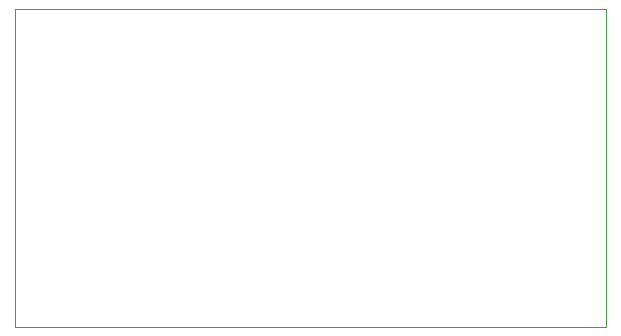
<source format=gbr>
G04 #@! TF.GenerationSoftware,KiCad,Pcbnew,5.1.10-6.fc34*
G04 #@! TF.CreationDate,2021-10-18T15:52:16+02:00*
G04 #@! TF.ProjectId,mimu_phantom,6d696d75-5f70-4686-916e-746f6d2e6b69,rev?*
G04 #@! TF.SameCoordinates,Original*
G04 #@! TF.FileFunction,Profile,NP*
%FSLAX46Y46*%
G04 Gerber Fmt 4.6, Leading zero omitted, Abs format (unit mm)*
G04 Created by KiCad (PCBNEW 5.1.10-6.fc34) date 2021-10-18 15:52:16*
%MOMM*%
%LPD*%
G01*
G04 APERTURE LIST*
G04 #@! TA.AperFunction,Profile*
%ADD10C,0.100000*%
G04 #@! TD*
G04 APERTURE END LIST*
D10*
X100000000Y-100000000D02*
X100000000Y-73000000D01*
X150000000Y-73000000D02*
X100000000Y-73000000D01*
X150000000Y-100000000D02*
X150000000Y-73000000D01*
X100000000Y-100000000D02*
X150000000Y-100000000D01*
M02*

</source>
